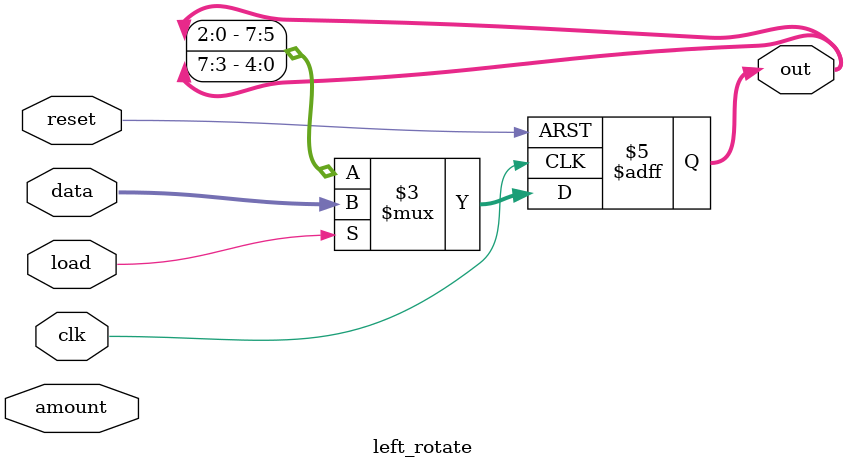
<source format=v>
module left_rotate(clk,reset,amount,data,load,out);
input clk,reset;
input [2:0] amount;
input [7:0] data;
input load;
output reg [7:0] out;
// when load is high, load data to out
// otherwise rotate the out register followed by left shift the out register by amount bits
always @(posedge clk or posedge reset)
begin
	if(reset)
	begin
	out=0;
	end
	else
	begin
	if(load)
	begin
	out=data;
	end
	else
	begin
	out = {out[6:0],out[7]};
	out = {out[5:0],out[7:6]};
	out = {out[4:0],out[7:5]};
	out = {out[3:0],out[7:4]};
	out = {out[2:0],out[7:3]};
	out = {out[1:0],out[7:2]};
	end
	end
end
endmodule

</source>
